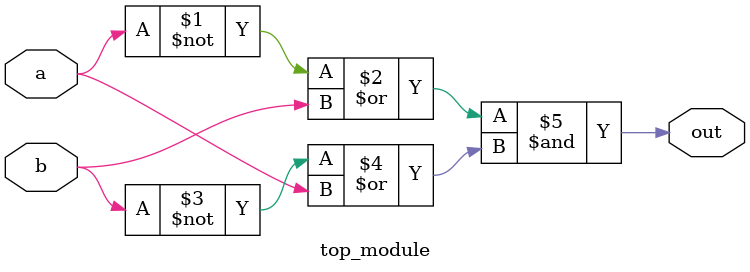
<source format=v>
module top_module( 
    input a, 
    input b, 
    output out );
    assign out = ((~a)|b)&((~b)|a) ;
endmodule
</source>
